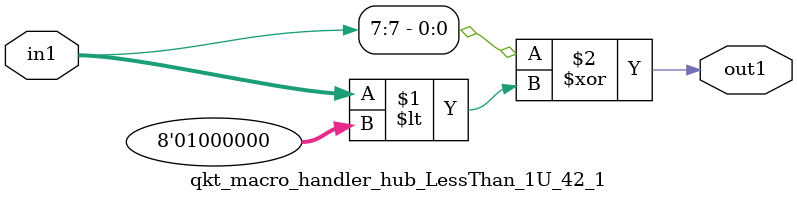
<source format=v>

`timescale 1ps / 1ps


module qkt_macro_handler_hub_LessThan_1U_42_1( in1, out1 );

    input [7:0] in1;
    output out1;

    
    // rtl_process:qkt_macro_handler_hub_LessThan_1U_42_1/qkt_macro_handler_hub_LessThan_1U_42_1_thread_1
    assign out1 = (in1[7] ^ in1 < 8'd064);

endmodule


</source>
